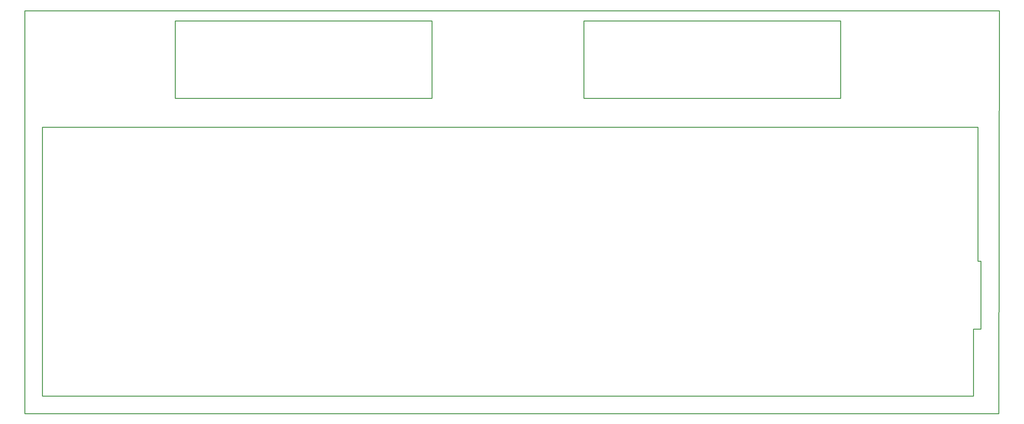
<source format=gko>
G04 Layer: BoardOutlineLayer*
G04 EasyEDA v6.5.34, 2023-08-21 18:11:39*
G04 5f339448e5ce41b4b7b7b9c2d0f11448,5a6b42c53f6a479593ecc07194224c93,10*
G04 Gerber Generator version 0.2*
G04 Scale: 100 percent, Rotated: No, Reflected: No *
G04 Dimensions in millimeters *
G04 leading zeros omitted , absolute positions ,4 integer and 5 decimal *
%FSLAX45Y45*%
%MOMM*%

%ADD10C,0.2540*%
D10*
X0Y9004300D02*
G01*
X0Y11455400D01*
X27698700Y11455400D01*
X27686000Y0D01*
X0Y0D01*
X0Y9004300D01*
X495300Y8140700D02*
G01*
X495300Y495300D01*
X495300Y495300D02*
G01*
X26962100Y495300D01*
X26962100Y495300D02*
G01*
X26962100Y2400300D01*
X26962100Y2400300D02*
G01*
X27178000Y2400300D01*
X27178000Y2400300D02*
G01*
X27178000Y4330700D01*
X27178000Y4330700D02*
G01*
X27089100Y4330700D01*
X27089100Y4330700D02*
G01*
X27089100Y8140700D01*
X27089100Y8140700D02*
G01*
X495300Y8140700D01*
X4269498Y11164900D02*
G01*
X4269498Y8964904D01*
X4269498Y8964904D02*
G01*
X11569484Y8964904D01*
X11569484Y8964904D02*
G01*
X11569484Y11164900D01*
X11569484Y11164900D02*
G01*
X4269498Y11164900D01*
X15889998Y11164900D02*
G01*
X15889998Y8964904D01*
X15889998Y8964904D02*
G01*
X23189984Y8964904D01*
X23189984Y8964904D02*
G01*
X23189984Y11164900D01*
X23189984Y11164900D02*
G01*
X15889998Y11164900D01*

%LPD*%
M02*

</source>
